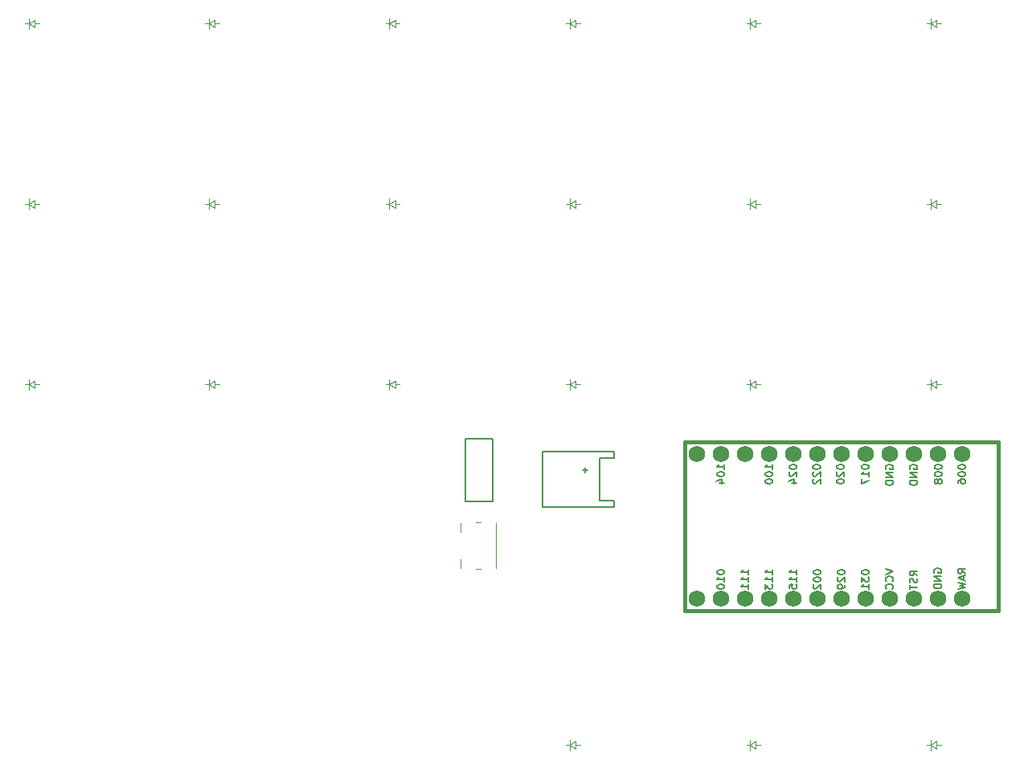
<source format=gbr>
%TF.GenerationSoftware,KiCad,Pcbnew,9.0.4*%
%TF.CreationDate,2025-09-30T09:24:18+02:00*%
%TF.ProjectId,left-finished,6c656674-2d66-4696-9e69-736865642e6b,v1.0.0*%
%TF.SameCoordinates,Original*%
%TF.FileFunction,Legend,Bot*%
%TF.FilePolarity,Positive*%
%FSLAX46Y46*%
G04 Gerber Fmt 4.6, Leading zero omitted, Abs format (unit mm)*
G04 Created by KiCad (PCBNEW 9.0.4) date 2025-09-30 09:24:18*
%MOMM*%
%LPD*%
G01*
G04 APERTURE LIST*
%ADD10C,0.150000*%
%ADD11C,0.100000*%
%ADD12C,0.120000*%
%ADD13C,0.381000*%
%ADD14C,1.752600*%
G04 APERTURE END LIST*
D10*
X199532295Y-125662810D02*
X199532295Y-125739000D01*
X199532295Y-125739000D02*
X199570390Y-125815191D01*
X199570390Y-125815191D02*
X199608485Y-125853286D01*
X199608485Y-125853286D02*
X199684676Y-125891381D01*
X199684676Y-125891381D02*
X199837057Y-125929476D01*
X199837057Y-125929476D02*
X200027533Y-125929476D01*
X200027533Y-125929476D02*
X200179914Y-125891381D01*
X200179914Y-125891381D02*
X200256104Y-125853286D01*
X200256104Y-125853286D02*
X200294200Y-125815191D01*
X200294200Y-125815191D02*
X200332295Y-125739000D01*
X200332295Y-125739000D02*
X200332295Y-125662810D01*
X200332295Y-125662810D02*
X200294200Y-125586619D01*
X200294200Y-125586619D02*
X200256104Y-125548524D01*
X200256104Y-125548524D02*
X200179914Y-125510429D01*
X200179914Y-125510429D02*
X200027533Y-125472333D01*
X200027533Y-125472333D02*
X199837057Y-125472333D01*
X199837057Y-125472333D02*
X199684676Y-125510429D01*
X199684676Y-125510429D02*
X199608485Y-125548524D01*
X199608485Y-125548524D02*
X199570390Y-125586619D01*
X199570390Y-125586619D02*
X199532295Y-125662810D01*
X199532295Y-126424715D02*
X199532295Y-126500905D01*
X199532295Y-126500905D02*
X199570390Y-126577096D01*
X199570390Y-126577096D02*
X199608485Y-126615191D01*
X199608485Y-126615191D02*
X199684676Y-126653286D01*
X199684676Y-126653286D02*
X199837057Y-126691381D01*
X199837057Y-126691381D02*
X200027533Y-126691381D01*
X200027533Y-126691381D02*
X200179914Y-126653286D01*
X200179914Y-126653286D02*
X200256104Y-126615191D01*
X200256104Y-126615191D02*
X200294200Y-126577096D01*
X200294200Y-126577096D02*
X200332295Y-126500905D01*
X200332295Y-126500905D02*
X200332295Y-126424715D01*
X200332295Y-126424715D02*
X200294200Y-126348524D01*
X200294200Y-126348524D02*
X200256104Y-126310429D01*
X200256104Y-126310429D02*
X200179914Y-126272334D01*
X200179914Y-126272334D02*
X200027533Y-126234238D01*
X200027533Y-126234238D02*
X199837057Y-126234238D01*
X199837057Y-126234238D02*
X199684676Y-126272334D01*
X199684676Y-126272334D02*
X199608485Y-126310429D01*
X199608485Y-126310429D02*
X199570390Y-126348524D01*
X199570390Y-126348524D02*
X199532295Y-126424715D01*
X199532295Y-127377096D02*
X199532295Y-127224715D01*
X199532295Y-127224715D02*
X199570390Y-127148524D01*
X199570390Y-127148524D02*
X199608485Y-127110429D01*
X199608485Y-127110429D02*
X199722771Y-127034239D01*
X199722771Y-127034239D02*
X199875152Y-126996143D01*
X199875152Y-126996143D02*
X200179914Y-126996143D01*
X200179914Y-126996143D02*
X200256104Y-127034239D01*
X200256104Y-127034239D02*
X200294200Y-127072334D01*
X200294200Y-127072334D02*
X200332295Y-127148524D01*
X200332295Y-127148524D02*
X200332295Y-127300905D01*
X200332295Y-127300905D02*
X200294200Y-127377096D01*
X200294200Y-127377096D02*
X200256104Y-127415191D01*
X200256104Y-127415191D02*
X200179914Y-127453286D01*
X200179914Y-127453286D02*
X199989438Y-127453286D01*
X199989438Y-127453286D02*
X199913247Y-127415191D01*
X199913247Y-127415191D02*
X199875152Y-127377096D01*
X199875152Y-127377096D02*
X199837057Y-127300905D01*
X199837057Y-127300905D02*
X199837057Y-127148524D01*
X199837057Y-127148524D02*
X199875152Y-127072334D01*
X199875152Y-127072334D02*
X199913247Y-127034239D01*
X199913247Y-127034239D02*
X199989438Y-126996143D01*
X194490390Y-125929476D02*
X194452295Y-125853286D01*
X194452295Y-125853286D02*
X194452295Y-125739000D01*
X194452295Y-125739000D02*
X194490390Y-125624714D01*
X194490390Y-125624714D02*
X194566580Y-125548524D01*
X194566580Y-125548524D02*
X194642771Y-125510429D01*
X194642771Y-125510429D02*
X194795152Y-125472333D01*
X194795152Y-125472333D02*
X194909438Y-125472333D01*
X194909438Y-125472333D02*
X195061819Y-125510429D01*
X195061819Y-125510429D02*
X195138009Y-125548524D01*
X195138009Y-125548524D02*
X195214200Y-125624714D01*
X195214200Y-125624714D02*
X195252295Y-125739000D01*
X195252295Y-125739000D02*
X195252295Y-125815191D01*
X195252295Y-125815191D02*
X195214200Y-125929476D01*
X195214200Y-125929476D02*
X195176104Y-125967572D01*
X195176104Y-125967572D02*
X194909438Y-125967572D01*
X194909438Y-125967572D02*
X194909438Y-125815191D01*
X195252295Y-126310429D02*
X194452295Y-126310429D01*
X194452295Y-126310429D02*
X195252295Y-126767572D01*
X195252295Y-126767572D02*
X194452295Y-126767572D01*
X195252295Y-127148524D02*
X194452295Y-127148524D01*
X194452295Y-127148524D02*
X194452295Y-127339000D01*
X194452295Y-127339000D02*
X194490390Y-127453286D01*
X194490390Y-127453286D02*
X194566580Y-127529476D01*
X194566580Y-127529476D02*
X194642771Y-127567571D01*
X194642771Y-127567571D02*
X194795152Y-127605667D01*
X194795152Y-127605667D02*
X194909438Y-127605667D01*
X194909438Y-127605667D02*
X195061819Y-127567571D01*
X195061819Y-127567571D02*
X195138009Y-127529476D01*
X195138009Y-127529476D02*
X195214200Y-127453286D01*
X195214200Y-127453286D02*
X195252295Y-127339000D01*
X195252295Y-127339000D02*
X195252295Y-127148524D01*
X181752295Y-125662810D02*
X181752295Y-125739000D01*
X181752295Y-125739000D02*
X181790390Y-125815191D01*
X181790390Y-125815191D02*
X181828485Y-125853286D01*
X181828485Y-125853286D02*
X181904676Y-125891381D01*
X181904676Y-125891381D02*
X182057057Y-125929476D01*
X182057057Y-125929476D02*
X182247533Y-125929476D01*
X182247533Y-125929476D02*
X182399914Y-125891381D01*
X182399914Y-125891381D02*
X182476104Y-125853286D01*
X182476104Y-125853286D02*
X182514200Y-125815191D01*
X182514200Y-125815191D02*
X182552295Y-125739000D01*
X182552295Y-125739000D02*
X182552295Y-125662810D01*
X182552295Y-125662810D02*
X182514200Y-125586619D01*
X182514200Y-125586619D02*
X182476104Y-125548524D01*
X182476104Y-125548524D02*
X182399914Y-125510429D01*
X182399914Y-125510429D02*
X182247533Y-125472333D01*
X182247533Y-125472333D02*
X182057057Y-125472333D01*
X182057057Y-125472333D02*
X181904676Y-125510429D01*
X181904676Y-125510429D02*
X181828485Y-125548524D01*
X181828485Y-125548524D02*
X181790390Y-125586619D01*
X181790390Y-125586619D02*
X181752295Y-125662810D01*
X181828485Y-126234238D02*
X181790390Y-126272334D01*
X181790390Y-126272334D02*
X181752295Y-126348524D01*
X181752295Y-126348524D02*
X181752295Y-126539000D01*
X181752295Y-126539000D02*
X181790390Y-126615191D01*
X181790390Y-126615191D02*
X181828485Y-126653286D01*
X181828485Y-126653286D02*
X181904676Y-126691381D01*
X181904676Y-126691381D02*
X181980866Y-126691381D01*
X181980866Y-126691381D02*
X182095152Y-126653286D01*
X182095152Y-126653286D02*
X182552295Y-126196143D01*
X182552295Y-126196143D02*
X182552295Y-126691381D01*
X182018961Y-127377096D02*
X182552295Y-127377096D01*
X181714200Y-127186620D02*
X182285628Y-126996143D01*
X182285628Y-126996143D02*
X182285628Y-127491382D01*
X189362295Y-125662810D02*
X189362295Y-125739000D01*
X189362295Y-125739000D02*
X189400390Y-125815191D01*
X189400390Y-125815191D02*
X189438485Y-125853286D01*
X189438485Y-125853286D02*
X189514676Y-125891381D01*
X189514676Y-125891381D02*
X189667057Y-125929476D01*
X189667057Y-125929476D02*
X189857533Y-125929476D01*
X189857533Y-125929476D02*
X190009914Y-125891381D01*
X190009914Y-125891381D02*
X190086104Y-125853286D01*
X190086104Y-125853286D02*
X190124200Y-125815191D01*
X190124200Y-125815191D02*
X190162295Y-125739000D01*
X190162295Y-125739000D02*
X190162295Y-125662810D01*
X190162295Y-125662810D02*
X190124200Y-125586619D01*
X190124200Y-125586619D02*
X190086104Y-125548524D01*
X190086104Y-125548524D02*
X190009914Y-125510429D01*
X190009914Y-125510429D02*
X189857533Y-125472333D01*
X189857533Y-125472333D02*
X189667057Y-125472333D01*
X189667057Y-125472333D02*
X189514676Y-125510429D01*
X189514676Y-125510429D02*
X189438485Y-125548524D01*
X189438485Y-125548524D02*
X189400390Y-125586619D01*
X189400390Y-125586619D02*
X189362295Y-125662810D01*
X190162295Y-126691381D02*
X190162295Y-126234238D01*
X190162295Y-126462810D02*
X189362295Y-126462810D01*
X189362295Y-126462810D02*
X189476580Y-126386619D01*
X189476580Y-126386619D02*
X189552771Y-126310429D01*
X189552771Y-126310429D02*
X189590866Y-126234238D01*
X189362295Y-126958048D02*
X189362295Y-127491382D01*
X189362295Y-127491382D02*
X190162295Y-127148524D01*
X184262295Y-125662810D02*
X184262295Y-125739000D01*
X184262295Y-125739000D02*
X184300390Y-125815191D01*
X184300390Y-125815191D02*
X184338485Y-125853286D01*
X184338485Y-125853286D02*
X184414676Y-125891381D01*
X184414676Y-125891381D02*
X184567057Y-125929476D01*
X184567057Y-125929476D02*
X184757533Y-125929476D01*
X184757533Y-125929476D02*
X184909914Y-125891381D01*
X184909914Y-125891381D02*
X184986104Y-125853286D01*
X184986104Y-125853286D02*
X185024200Y-125815191D01*
X185024200Y-125815191D02*
X185062295Y-125739000D01*
X185062295Y-125739000D02*
X185062295Y-125662810D01*
X185062295Y-125662810D02*
X185024200Y-125586619D01*
X185024200Y-125586619D02*
X184986104Y-125548524D01*
X184986104Y-125548524D02*
X184909914Y-125510429D01*
X184909914Y-125510429D02*
X184757533Y-125472333D01*
X184757533Y-125472333D02*
X184567057Y-125472333D01*
X184567057Y-125472333D02*
X184414676Y-125510429D01*
X184414676Y-125510429D02*
X184338485Y-125548524D01*
X184338485Y-125548524D02*
X184300390Y-125586619D01*
X184300390Y-125586619D02*
X184262295Y-125662810D01*
X184338485Y-126234238D02*
X184300390Y-126272334D01*
X184300390Y-126272334D02*
X184262295Y-126348524D01*
X184262295Y-126348524D02*
X184262295Y-126539000D01*
X184262295Y-126539000D02*
X184300390Y-126615191D01*
X184300390Y-126615191D02*
X184338485Y-126653286D01*
X184338485Y-126653286D02*
X184414676Y-126691381D01*
X184414676Y-126691381D02*
X184490866Y-126691381D01*
X184490866Y-126691381D02*
X184605152Y-126653286D01*
X184605152Y-126653286D02*
X185062295Y-126196143D01*
X185062295Y-126196143D02*
X185062295Y-126691381D01*
X184338485Y-126996143D02*
X184300390Y-127034239D01*
X184300390Y-127034239D02*
X184262295Y-127110429D01*
X184262295Y-127110429D02*
X184262295Y-127300905D01*
X184262295Y-127300905D02*
X184300390Y-127377096D01*
X184300390Y-127377096D02*
X184338485Y-127415191D01*
X184338485Y-127415191D02*
X184414676Y-127453286D01*
X184414676Y-127453286D02*
X184490866Y-127453286D01*
X184490866Y-127453286D02*
X184605152Y-127415191D01*
X184605152Y-127415191D02*
X185062295Y-126958048D01*
X185062295Y-126958048D02*
X185062295Y-127453286D01*
X195252295Y-137149905D02*
X194871342Y-136883238D01*
X195252295Y-136692762D02*
X194452295Y-136692762D01*
X194452295Y-136692762D02*
X194452295Y-136997524D01*
X194452295Y-136997524D02*
X194490390Y-137073714D01*
X194490390Y-137073714D02*
X194528485Y-137111809D01*
X194528485Y-137111809D02*
X194604676Y-137149905D01*
X194604676Y-137149905D02*
X194718961Y-137149905D01*
X194718961Y-137149905D02*
X194795152Y-137111809D01*
X194795152Y-137111809D02*
X194833247Y-137073714D01*
X194833247Y-137073714D02*
X194871342Y-136997524D01*
X194871342Y-136997524D02*
X194871342Y-136692762D01*
X195214200Y-137454666D02*
X195252295Y-137568952D01*
X195252295Y-137568952D02*
X195252295Y-137759428D01*
X195252295Y-137759428D02*
X195214200Y-137835619D01*
X195214200Y-137835619D02*
X195176104Y-137873714D01*
X195176104Y-137873714D02*
X195099914Y-137911809D01*
X195099914Y-137911809D02*
X195023723Y-137911809D01*
X195023723Y-137911809D02*
X194947533Y-137873714D01*
X194947533Y-137873714D02*
X194909438Y-137835619D01*
X194909438Y-137835619D02*
X194871342Y-137759428D01*
X194871342Y-137759428D02*
X194833247Y-137607047D01*
X194833247Y-137607047D02*
X194795152Y-137530857D01*
X194795152Y-137530857D02*
X194757057Y-137492762D01*
X194757057Y-137492762D02*
X194680866Y-137454666D01*
X194680866Y-137454666D02*
X194604676Y-137454666D01*
X194604676Y-137454666D02*
X194528485Y-137492762D01*
X194528485Y-137492762D02*
X194490390Y-137530857D01*
X194490390Y-137530857D02*
X194452295Y-137607047D01*
X194452295Y-137607047D02*
X194452295Y-137797524D01*
X194452295Y-137797524D02*
X194490390Y-137911809D01*
X194452295Y-138140381D02*
X194452295Y-138597524D01*
X195252295Y-138368952D02*
X194452295Y-138368952D01*
X177472295Y-137003857D02*
X177472295Y-136546714D01*
X177472295Y-136775286D02*
X176672295Y-136775286D01*
X176672295Y-136775286D02*
X176786580Y-136699095D01*
X176786580Y-136699095D02*
X176862771Y-136622905D01*
X176862771Y-136622905D02*
X176900866Y-136546714D01*
X177472295Y-137765762D02*
X177472295Y-137308619D01*
X177472295Y-137537191D02*
X176672295Y-137537191D01*
X176672295Y-137537191D02*
X176786580Y-137461000D01*
X176786580Y-137461000D02*
X176862771Y-137384810D01*
X176862771Y-137384810D02*
X176900866Y-137308619D01*
X177472295Y-138527667D02*
X177472295Y-138070524D01*
X177472295Y-138299096D02*
X176672295Y-138299096D01*
X176672295Y-138299096D02*
X176786580Y-138222905D01*
X176786580Y-138222905D02*
X176862771Y-138146715D01*
X176862771Y-138146715D02*
X176900866Y-138070524D01*
X200332295Y-136921334D02*
X199951342Y-136654667D01*
X200332295Y-136464191D02*
X199532295Y-136464191D01*
X199532295Y-136464191D02*
X199532295Y-136768953D01*
X199532295Y-136768953D02*
X199570390Y-136845143D01*
X199570390Y-136845143D02*
X199608485Y-136883238D01*
X199608485Y-136883238D02*
X199684676Y-136921334D01*
X199684676Y-136921334D02*
X199798961Y-136921334D01*
X199798961Y-136921334D02*
X199875152Y-136883238D01*
X199875152Y-136883238D02*
X199913247Y-136845143D01*
X199913247Y-136845143D02*
X199951342Y-136768953D01*
X199951342Y-136768953D02*
X199951342Y-136464191D01*
X200103723Y-137226095D02*
X200103723Y-137607048D01*
X200332295Y-137149905D02*
X199532295Y-137416572D01*
X199532295Y-137416572D02*
X200332295Y-137683238D01*
X199532295Y-137873714D02*
X200332295Y-138064190D01*
X200332295Y-138064190D02*
X199760866Y-138216571D01*
X199760866Y-138216571D02*
X200332295Y-138368952D01*
X200332295Y-138368952D02*
X199532295Y-138559429D01*
X197062295Y-125662810D02*
X197062295Y-125739000D01*
X197062295Y-125739000D02*
X197100390Y-125815191D01*
X197100390Y-125815191D02*
X197138485Y-125853286D01*
X197138485Y-125853286D02*
X197214676Y-125891381D01*
X197214676Y-125891381D02*
X197367057Y-125929476D01*
X197367057Y-125929476D02*
X197557533Y-125929476D01*
X197557533Y-125929476D02*
X197709914Y-125891381D01*
X197709914Y-125891381D02*
X197786104Y-125853286D01*
X197786104Y-125853286D02*
X197824200Y-125815191D01*
X197824200Y-125815191D02*
X197862295Y-125739000D01*
X197862295Y-125739000D02*
X197862295Y-125662810D01*
X197862295Y-125662810D02*
X197824200Y-125586619D01*
X197824200Y-125586619D02*
X197786104Y-125548524D01*
X197786104Y-125548524D02*
X197709914Y-125510429D01*
X197709914Y-125510429D02*
X197557533Y-125472333D01*
X197557533Y-125472333D02*
X197367057Y-125472333D01*
X197367057Y-125472333D02*
X197214676Y-125510429D01*
X197214676Y-125510429D02*
X197138485Y-125548524D01*
X197138485Y-125548524D02*
X197100390Y-125586619D01*
X197100390Y-125586619D02*
X197062295Y-125662810D01*
X197062295Y-126424715D02*
X197062295Y-126500905D01*
X197062295Y-126500905D02*
X197100390Y-126577096D01*
X197100390Y-126577096D02*
X197138485Y-126615191D01*
X197138485Y-126615191D02*
X197214676Y-126653286D01*
X197214676Y-126653286D02*
X197367057Y-126691381D01*
X197367057Y-126691381D02*
X197557533Y-126691381D01*
X197557533Y-126691381D02*
X197709914Y-126653286D01*
X197709914Y-126653286D02*
X197786104Y-126615191D01*
X197786104Y-126615191D02*
X197824200Y-126577096D01*
X197824200Y-126577096D02*
X197862295Y-126500905D01*
X197862295Y-126500905D02*
X197862295Y-126424715D01*
X197862295Y-126424715D02*
X197824200Y-126348524D01*
X197824200Y-126348524D02*
X197786104Y-126310429D01*
X197786104Y-126310429D02*
X197709914Y-126272334D01*
X197709914Y-126272334D02*
X197557533Y-126234238D01*
X197557533Y-126234238D02*
X197367057Y-126234238D01*
X197367057Y-126234238D02*
X197214676Y-126272334D01*
X197214676Y-126272334D02*
X197138485Y-126310429D01*
X197138485Y-126310429D02*
X197100390Y-126348524D01*
X197100390Y-126348524D02*
X197062295Y-126424715D01*
X197405152Y-127148524D02*
X197367057Y-127072334D01*
X197367057Y-127072334D02*
X197328961Y-127034239D01*
X197328961Y-127034239D02*
X197252771Y-126996143D01*
X197252771Y-126996143D02*
X197214676Y-126996143D01*
X197214676Y-126996143D02*
X197138485Y-127034239D01*
X197138485Y-127034239D02*
X197100390Y-127072334D01*
X197100390Y-127072334D02*
X197062295Y-127148524D01*
X197062295Y-127148524D02*
X197062295Y-127300905D01*
X197062295Y-127300905D02*
X197100390Y-127377096D01*
X197100390Y-127377096D02*
X197138485Y-127415191D01*
X197138485Y-127415191D02*
X197214676Y-127453286D01*
X197214676Y-127453286D02*
X197252771Y-127453286D01*
X197252771Y-127453286D02*
X197328961Y-127415191D01*
X197328961Y-127415191D02*
X197367057Y-127377096D01*
X197367057Y-127377096D02*
X197405152Y-127300905D01*
X197405152Y-127300905D02*
X197405152Y-127148524D01*
X197405152Y-127148524D02*
X197443247Y-127072334D01*
X197443247Y-127072334D02*
X197481342Y-127034239D01*
X197481342Y-127034239D02*
X197557533Y-126996143D01*
X197557533Y-126996143D02*
X197709914Y-126996143D01*
X197709914Y-126996143D02*
X197786104Y-127034239D01*
X197786104Y-127034239D02*
X197824200Y-127072334D01*
X197824200Y-127072334D02*
X197862295Y-127148524D01*
X197862295Y-127148524D02*
X197862295Y-127300905D01*
X197862295Y-127300905D02*
X197824200Y-127377096D01*
X197824200Y-127377096D02*
X197786104Y-127415191D01*
X197786104Y-127415191D02*
X197709914Y-127453286D01*
X197709914Y-127453286D02*
X197557533Y-127453286D01*
X197557533Y-127453286D02*
X197481342Y-127415191D01*
X197481342Y-127415191D02*
X197443247Y-127377096D01*
X197443247Y-127377096D02*
X197405152Y-127300905D01*
X184292295Y-136737191D02*
X184292295Y-136813381D01*
X184292295Y-136813381D02*
X184330390Y-136889572D01*
X184330390Y-136889572D02*
X184368485Y-136927667D01*
X184368485Y-136927667D02*
X184444676Y-136965762D01*
X184444676Y-136965762D02*
X184597057Y-137003857D01*
X184597057Y-137003857D02*
X184787533Y-137003857D01*
X184787533Y-137003857D02*
X184939914Y-136965762D01*
X184939914Y-136965762D02*
X185016104Y-136927667D01*
X185016104Y-136927667D02*
X185054200Y-136889572D01*
X185054200Y-136889572D02*
X185092295Y-136813381D01*
X185092295Y-136813381D02*
X185092295Y-136737191D01*
X185092295Y-136737191D02*
X185054200Y-136661000D01*
X185054200Y-136661000D02*
X185016104Y-136622905D01*
X185016104Y-136622905D02*
X184939914Y-136584810D01*
X184939914Y-136584810D02*
X184787533Y-136546714D01*
X184787533Y-136546714D02*
X184597057Y-136546714D01*
X184597057Y-136546714D02*
X184444676Y-136584810D01*
X184444676Y-136584810D02*
X184368485Y-136622905D01*
X184368485Y-136622905D02*
X184330390Y-136661000D01*
X184330390Y-136661000D02*
X184292295Y-136737191D01*
X184292295Y-137499096D02*
X184292295Y-137575286D01*
X184292295Y-137575286D02*
X184330390Y-137651477D01*
X184330390Y-137651477D02*
X184368485Y-137689572D01*
X184368485Y-137689572D02*
X184444676Y-137727667D01*
X184444676Y-137727667D02*
X184597057Y-137765762D01*
X184597057Y-137765762D02*
X184787533Y-137765762D01*
X184787533Y-137765762D02*
X184939914Y-137727667D01*
X184939914Y-137727667D02*
X185016104Y-137689572D01*
X185016104Y-137689572D02*
X185054200Y-137651477D01*
X185054200Y-137651477D02*
X185092295Y-137575286D01*
X185092295Y-137575286D02*
X185092295Y-137499096D01*
X185092295Y-137499096D02*
X185054200Y-137422905D01*
X185054200Y-137422905D02*
X185016104Y-137384810D01*
X185016104Y-137384810D02*
X184939914Y-137346715D01*
X184939914Y-137346715D02*
X184787533Y-137308619D01*
X184787533Y-137308619D02*
X184597057Y-137308619D01*
X184597057Y-137308619D02*
X184444676Y-137346715D01*
X184444676Y-137346715D02*
X184368485Y-137384810D01*
X184368485Y-137384810D02*
X184330390Y-137422905D01*
X184330390Y-137422905D02*
X184292295Y-137499096D01*
X184368485Y-138070524D02*
X184330390Y-138108620D01*
X184330390Y-138108620D02*
X184292295Y-138184810D01*
X184292295Y-138184810D02*
X184292295Y-138375286D01*
X184292295Y-138375286D02*
X184330390Y-138451477D01*
X184330390Y-138451477D02*
X184368485Y-138489572D01*
X184368485Y-138489572D02*
X184444676Y-138527667D01*
X184444676Y-138527667D02*
X184520866Y-138527667D01*
X184520866Y-138527667D02*
X184635152Y-138489572D01*
X184635152Y-138489572D02*
X185092295Y-138032429D01*
X185092295Y-138032429D02*
X185092295Y-138527667D01*
X182552295Y-137003857D02*
X182552295Y-136546714D01*
X182552295Y-136775286D02*
X181752295Y-136775286D01*
X181752295Y-136775286D02*
X181866580Y-136699095D01*
X181866580Y-136699095D02*
X181942771Y-136622905D01*
X181942771Y-136622905D02*
X181980866Y-136546714D01*
X182552295Y-137765762D02*
X182552295Y-137308619D01*
X182552295Y-137537191D02*
X181752295Y-137537191D01*
X181752295Y-137537191D02*
X181866580Y-137461000D01*
X181866580Y-137461000D02*
X181942771Y-137384810D01*
X181942771Y-137384810D02*
X181980866Y-137308619D01*
X181752295Y-138489572D02*
X181752295Y-138108620D01*
X181752295Y-138108620D02*
X182133247Y-138070524D01*
X182133247Y-138070524D02*
X182095152Y-138108620D01*
X182095152Y-138108620D02*
X182057057Y-138184810D01*
X182057057Y-138184810D02*
X182057057Y-138375286D01*
X182057057Y-138375286D02*
X182095152Y-138451477D01*
X182095152Y-138451477D02*
X182133247Y-138489572D01*
X182133247Y-138489572D02*
X182209438Y-138527667D01*
X182209438Y-138527667D02*
X182399914Y-138527667D01*
X182399914Y-138527667D02*
X182476104Y-138489572D01*
X182476104Y-138489572D02*
X182514200Y-138451477D01*
X182514200Y-138451477D02*
X182552295Y-138375286D01*
X182552295Y-138375286D02*
X182552295Y-138184810D01*
X182552295Y-138184810D02*
X182514200Y-138108620D01*
X182514200Y-138108620D02*
X182476104Y-138070524D01*
X191912295Y-136470524D02*
X192712295Y-136737191D01*
X192712295Y-136737191D02*
X191912295Y-137003857D01*
X192636104Y-137727667D02*
X192674200Y-137689571D01*
X192674200Y-137689571D02*
X192712295Y-137575286D01*
X192712295Y-137575286D02*
X192712295Y-137499095D01*
X192712295Y-137499095D02*
X192674200Y-137384809D01*
X192674200Y-137384809D02*
X192598009Y-137308619D01*
X192598009Y-137308619D02*
X192521819Y-137270524D01*
X192521819Y-137270524D02*
X192369438Y-137232428D01*
X192369438Y-137232428D02*
X192255152Y-137232428D01*
X192255152Y-137232428D02*
X192102771Y-137270524D01*
X192102771Y-137270524D02*
X192026580Y-137308619D01*
X192026580Y-137308619D02*
X191950390Y-137384809D01*
X191950390Y-137384809D02*
X191912295Y-137499095D01*
X191912295Y-137499095D02*
X191912295Y-137575286D01*
X191912295Y-137575286D02*
X191950390Y-137689571D01*
X191950390Y-137689571D02*
X191988485Y-137727667D01*
X192636104Y-138527667D02*
X192674200Y-138489571D01*
X192674200Y-138489571D02*
X192712295Y-138375286D01*
X192712295Y-138375286D02*
X192712295Y-138299095D01*
X192712295Y-138299095D02*
X192674200Y-138184809D01*
X192674200Y-138184809D02*
X192598009Y-138108619D01*
X192598009Y-138108619D02*
X192521819Y-138070524D01*
X192521819Y-138070524D02*
X192369438Y-138032428D01*
X192369438Y-138032428D02*
X192255152Y-138032428D01*
X192255152Y-138032428D02*
X192102771Y-138070524D01*
X192102771Y-138070524D02*
X192026580Y-138108619D01*
X192026580Y-138108619D02*
X191950390Y-138184809D01*
X191950390Y-138184809D02*
X191912295Y-138299095D01*
X191912295Y-138299095D02*
X191912295Y-138375286D01*
X191912295Y-138375286D02*
X191950390Y-138489571D01*
X191950390Y-138489571D02*
X191988485Y-138527667D01*
X186832295Y-136737191D02*
X186832295Y-136813381D01*
X186832295Y-136813381D02*
X186870390Y-136889572D01*
X186870390Y-136889572D02*
X186908485Y-136927667D01*
X186908485Y-136927667D02*
X186984676Y-136965762D01*
X186984676Y-136965762D02*
X187137057Y-137003857D01*
X187137057Y-137003857D02*
X187327533Y-137003857D01*
X187327533Y-137003857D02*
X187479914Y-136965762D01*
X187479914Y-136965762D02*
X187556104Y-136927667D01*
X187556104Y-136927667D02*
X187594200Y-136889572D01*
X187594200Y-136889572D02*
X187632295Y-136813381D01*
X187632295Y-136813381D02*
X187632295Y-136737191D01*
X187632295Y-136737191D02*
X187594200Y-136661000D01*
X187594200Y-136661000D02*
X187556104Y-136622905D01*
X187556104Y-136622905D02*
X187479914Y-136584810D01*
X187479914Y-136584810D02*
X187327533Y-136546714D01*
X187327533Y-136546714D02*
X187137057Y-136546714D01*
X187137057Y-136546714D02*
X186984676Y-136584810D01*
X186984676Y-136584810D02*
X186908485Y-136622905D01*
X186908485Y-136622905D02*
X186870390Y-136661000D01*
X186870390Y-136661000D02*
X186832295Y-136737191D01*
X186908485Y-137308619D02*
X186870390Y-137346715D01*
X186870390Y-137346715D02*
X186832295Y-137422905D01*
X186832295Y-137422905D02*
X186832295Y-137613381D01*
X186832295Y-137613381D02*
X186870390Y-137689572D01*
X186870390Y-137689572D02*
X186908485Y-137727667D01*
X186908485Y-137727667D02*
X186984676Y-137765762D01*
X186984676Y-137765762D02*
X187060866Y-137765762D01*
X187060866Y-137765762D02*
X187175152Y-137727667D01*
X187175152Y-137727667D02*
X187632295Y-137270524D01*
X187632295Y-137270524D02*
X187632295Y-137765762D01*
X187632295Y-138146715D02*
X187632295Y-138299096D01*
X187632295Y-138299096D02*
X187594200Y-138375286D01*
X187594200Y-138375286D02*
X187556104Y-138413382D01*
X187556104Y-138413382D02*
X187441819Y-138489572D01*
X187441819Y-138489572D02*
X187289438Y-138527667D01*
X187289438Y-138527667D02*
X186984676Y-138527667D01*
X186984676Y-138527667D02*
X186908485Y-138489572D01*
X186908485Y-138489572D02*
X186870390Y-138451477D01*
X186870390Y-138451477D02*
X186832295Y-138375286D01*
X186832295Y-138375286D02*
X186832295Y-138222905D01*
X186832295Y-138222905D02*
X186870390Y-138146715D01*
X186870390Y-138146715D02*
X186908485Y-138108620D01*
X186908485Y-138108620D02*
X186984676Y-138070524D01*
X186984676Y-138070524D02*
X187175152Y-138070524D01*
X187175152Y-138070524D02*
X187251342Y-138108620D01*
X187251342Y-138108620D02*
X187289438Y-138146715D01*
X187289438Y-138146715D02*
X187327533Y-138222905D01*
X187327533Y-138222905D02*
X187327533Y-138375286D01*
X187327533Y-138375286D02*
X187289438Y-138451477D01*
X187289438Y-138451477D02*
X187251342Y-138489572D01*
X187251342Y-138489572D02*
X187175152Y-138527667D01*
X189372295Y-136737191D02*
X189372295Y-136813381D01*
X189372295Y-136813381D02*
X189410390Y-136889572D01*
X189410390Y-136889572D02*
X189448485Y-136927667D01*
X189448485Y-136927667D02*
X189524676Y-136965762D01*
X189524676Y-136965762D02*
X189677057Y-137003857D01*
X189677057Y-137003857D02*
X189867533Y-137003857D01*
X189867533Y-137003857D02*
X190019914Y-136965762D01*
X190019914Y-136965762D02*
X190096104Y-136927667D01*
X190096104Y-136927667D02*
X190134200Y-136889572D01*
X190134200Y-136889572D02*
X190172295Y-136813381D01*
X190172295Y-136813381D02*
X190172295Y-136737191D01*
X190172295Y-136737191D02*
X190134200Y-136661000D01*
X190134200Y-136661000D02*
X190096104Y-136622905D01*
X190096104Y-136622905D02*
X190019914Y-136584810D01*
X190019914Y-136584810D02*
X189867533Y-136546714D01*
X189867533Y-136546714D02*
X189677057Y-136546714D01*
X189677057Y-136546714D02*
X189524676Y-136584810D01*
X189524676Y-136584810D02*
X189448485Y-136622905D01*
X189448485Y-136622905D02*
X189410390Y-136661000D01*
X189410390Y-136661000D02*
X189372295Y-136737191D01*
X189372295Y-137270524D02*
X189372295Y-137765762D01*
X189372295Y-137765762D02*
X189677057Y-137499096D01*
X189677057Y-137499096D02*
X189677057Y-137613381D01*
X189677057Y-137613381D02*
X189715152Y-137689572D01*
X189715152Y-137689572D02*
X189753247Y-137727667D01*
X189753247Y-137727667D02*
X189829438Y-137765762D01*
X189829438Y-137765762D02*
X190019914Y-137765762D01*
X190019914Y-137765762D02*
X190096104Y-137727667D01*
X190096104Y-137727667D02*
X190134200Y-137689572D01*
X190134200Y-137689572D02*
X190172295Y-137613381D01*
X190172295Y-137613381D02*
X190172295Y-137384810D01*
X190172295Y-137384810D02*
X190134200Y-137308619D01*
X190134200Y-137308619D02*
X190096104Y-137270524D01*
X190172295Y-138527667D02*
X190172295Y-138070524D01*
X190172295Y-138299096D02*
X189372295Y-138299096D01*
X189372295Y-138299096D02*
X189486580Y-138222905D01*
X189486580Y-138222905D02*
X189562771Y-138146715D01*
X189562771Y-138146715D02*
X189600866Y-138070524D01*
X180012295Y-125929476D02*
X180012295Y-125472333D01*
X180012295Y-125700905D02*
X179212295Y-125700905D01*
X179212295Y-125700905D02*
X179326580Y-125624714D01*
X179326580Y-125624714D02*
X179402771Y-125548524D01*
X179402771Y-125548524D02*
X179440866Y-125472333D01*
X179212295Y-126424715D02*
X179212295Y-126500905D01*
X179212295Y-126500905D02*
X179250390Y-126577096D01*
X179250390Y-126577096D02*
X179288485Y-126615191D01*
X179288485Y-126615191D02*
X179364676Y-126653286D01*
X179364676Y-126653286D02*
X179517057Y-126691381D01*
X179517057Y-126691381D02*
X179707533Y-126691381D01*
X179707533Y-126691381D02*
X179859914Y-126653286D01*
X179859914Y-126653286D02*
X179936104Y-126615191D01*
X179936104Y-126615191D02*
X179974200Y-126577096D01*
X179974200Y-126577096D02*
X180012295Y-126500905D01*
X180012295Y-126500905D02*
X180012295Y-126424715D01*
X180012295Y-126424715D02*
X179974200Y-126348524D01*
X179974200Y-126348524D02*
X179936104Y-126310429D01*
X179936104Y-126310429D02*
X179859914Y-126272334D01*
X179859914Y-126272334D02*
X179707533Y-126234238D01*
X179707533Y-126234238D02*
X179517057Y-126234238D01*
X179517057Y-126234238D02*
X179364676Y-126272334D01*
X179364676Y-126272334D02*
X179288485Y-126310429D01*
X179288485Y-126310429D02*
X179250390Y-126348524D01*
X179250390Y-126348524D02*
X179212295Y-126424715D01*
X179212295Y-127186620D02*
X179212295Y-127262810D01*
X179212295Y-127262810D02*
X179250390Y-127339001D01*
X179250390Y-127339001D02*
X179288485Y-127377096D01*
X179288485Y-127377096D02*
X179364676Y-127415191D01*
X179364676Y-127415191D02*
X179517057Y-127453286D01*
X179517057Y-127453286D02*
X179707533Y-127453286D01*
X179707533Y-127453286D02*
X179859914Y-127415191D01*
X179859914Y-127415191D02*
X179936104Y-127377096D01*
X179936104Y-127377096D02*
X179974200Y-127339001D01*
X179974200Y-127339001D02*
X180012295Y-127262810D01*
X180012295Y-127262810D02*
X180012295Y-127186620D01*
X180012295Y-127186620D02*
X179974200Y-127110429D01*
X179974200Y-127110429D02*
X179936104Y-127072334D01*
X179936104Y-127072334D02*
X179859914Y-127034239D01*
X179859914Y-127034239D02*
X179707533Y-126996143D01*
X179707533Y-126996143D02*
X179517057Y-126996143D01*
X179517057Y-126996143D02*
X179364676Y-127034239D01*
X179364676Y-127034239D02*
X179288485Y-127072334D01*
X179288485Y-127072334D02*
X179250390Y-127110429D01*
X179250390Y-127110429D02*
X179212295Y-127186620D01*
X197030390Y-136845143D02*
X196992295Y-136768953D01*
X196992295Y-136768953D02*
X196992295Y-136654667D01*
X196992295Y-136654667D02*
X197030390Y-136540381D01*
X197030390Y-136540381D02*
X197106580Y-136464191D01*
X197106580Y-136464191D02*
X197182771Y-136426096D01*
X197182771Y-136426096D02*
X197335152Y-136388000D01*
X197335152Y-136388000D02*
X197449438Y-136388000D01*
X197449438Y-136388000D02*
X197601819Y-136426096D01*
X197601819Y-136426096D02*
X197678009Y-136464191D01*
X197678009Y-136464191D02*
X197754200Y-136540381D01*
X197754200Y-136540381D02*
X197792295Y-136654667D01*
X197792295Y-136654667D02*
X197792295Y-136730858D01*
X197792295Y-136730858D02*
X197754200Y-136845143D01*
X197754200Y-136845143D02*
X197716104Y-136883239D01*
X197716104Y-136883239D02*
X197449438Y-136883239D01*
X197449438Y-136883239D02*
X197449438Y-136730858D01*
X197792295Y-137226096D02*
X196992295Y-137226096D01*
X196992295Y-137226096D02*
X197792295Y-137683239D01*
X197792295Y-137683239D02*
X196992295Y-137683239D01*
X197792295Y-138064191D02*
X196992295Y-138064191D01*
X196992295Y-138064191D02*
X196992295Y-138254667D01*
X196992295Y-138254667D02*
X197030390Y-138368953D01*
X197030390Y-138368953D02*
X197106580Y-138445143D01*
X197106580Y-138445143D02*
X197182771Y-138483238D01*
X197182771Y-138483238D02*
X197335152Y-138521334D01*
X197335152Y-138521334D02*
X197449438Y-138521334D01*
X197449438Y-138521334D02*
X197601819Y-138483238D01*
X197601819Y-138483238D02*
X197678009Y-138445143D01*
X197678009Y-138445143D02*
X197754200Y-138368953D01*
X197754200Y-138368953D02*
X197792295Y-138254667D01*
X197792295Y-138254667D02*
X197792295Y-138064191D01*
X174132295Y-136737191D02*
X174132295Y-136813381D01*
X174132295Y-136813381D02*
X174170390Y-136889572D01*
X174170390Y-136889572D02*
X174208485Y-136927667D01*
X174208485Y-136927667D02*
X174284676Y-136965762D01*
X174284676Y-136965762D02*
X174437057Y-137003857D01*
X174437057Y-137003857D02*
X174627533Y-137003857D01*
X174627533Y-137003857D02*
X174779914Y-136965762D01*
X174779914Y-136965762D02*
X174856104Y-136927667D01*
X174856104Y-136927667D02*
X174894200Y-136889572D01*
X174894200Y-136889572D02*
X174932295Y-136813381D01*
X174932295Y-136813381D02*
X174932295Y-136737191D01*
X174932295Y-136737191D02*
X174894200Y-136661000D01*
X174894200Y-136661000D02*
X174856104Y-136622905D01*
X174856104Y-136622905D02*
X174779914Y-136584810D01*
X174779914Y-136584810D02*
X174627533Y-136546714D01*
X174627533Y-136546714D02*
X174437057Y-136546714D01*
X174437057Y-136546714D02*
X174284676Y-136584810D01*
X174284676Y-136584810D02*
X174208485Y-136622905D01*
X174208485Y-136622905D02*
X174170390Y-136661000D01*
X174170390Y-136661000D02*
X174132295Y-136737191D01*
X174932295Y-137765762D02*
X174932295Y-137308619D01*
X174932295Y-137537191D02*
X174132295Y-137537191D01*
X174132295Y-137537191D02*
X174246580Y-137461000D01*
X174246580Y-137461000D02*
X174322771Y-137384810D01*
X174322771Y-137384810D02*
X174360866Y-137308619D01*
X174132295Y-138261001D02*
X174132295Y-138337191D01*
X174132295Y-138337191D02*
X174170390Y-138413382D01*
X174170390Y-138413382D02*
X174208485Y-138451477D01*
X174208485Y-138451477D02*
X174284676Y-138489572D01*
X174284676Y-138489572D02*
X174437057Y-138527667D01*
X174437057Y-138527667D02*
X174627533Y-138527667D01*
X174627533Y-138527667D02*
X174779914Y-138489572D01*
X174779914Y-138489572D02*
X174856104Y-138451477D01*
X174856104Y-138451477D02*
X174894200Y-138413382D01*
X174894200Y-138413382D02*
X174932295Y-138337191D01*
X174932295Y-138337191D02*
X174932295Y-138261001D01*
X174932295Y-138261001D02*
X174894200Y-138184810D01*
X174894200Y-138184810D02*
X174856104Y-138146715D01*
X174856104Y-138146715D02*
X174779914Y-138108620D01*
X174779914Y-138108620D02*
X174627533Y-138070524D01*
X174627533Y-138070524D02*
X174437057Y-138070524D01*
X174437057Y-138070524D02*
X174284676Y-138108620D01*
X174284676Y-138108620D02*
X174208485Y-138146715D01*
X174208485Y-138146715D02*
X174170390Y-138184810D01*
X174170390Y-138184810D02*
X174132295Y-138261001D01*
X186762295Y-125662810D02*
X186762295Y-125739000D01*
X186762295Y-125739000D02*
X186800390Y-125815191D01*
X186800390Y-125815191D02*
X186838485Y-125853286D01*
X186838485Y-125853286D02*
X186914676Y-125891381D01*
X186914676Y-125891381D02*
X187067057Y-125929476D01*
X187067057Y-125929476D02*
X187257533Y-125929476D01*
X187257533Y-125929476D02*
X187409914Y-125891381D01*
X187409914Y-125891381D02*
X187486104Y-125853286D01*
X187486104Y-125853286D02*
X187524200Y-125815191D01*
X187524200Y-125815191D02*
X187562295Y-125739000D01*
X187562295Y-125739000D02*
X187562295Y-125662810D01*
X187562295Y-125662810D02*
X187524200Y-125586619D01*
X187524200Y-125586619D02*
X187486104Y-125548524D01*
X187486104Y-125548524D02*
X187409914Y-125510429D01*
X187409914Y-125510429D02*
X187257533Y-125472333D01*
X187257533Y-125472333D02*
X187067057Y-125472333D01*
X187067057Y-125472333D02*
X186914676Y-125510429D01*
X186914676Y-125510429D02*
X186838485Y-125548524D01*
X186838485Y-125548524D02*
X186800390Y-125586619D01*
X186800390Y-125586619D02*
X186762295Y-125662810D01*
X186838485Y-126234238D02*
X186800390Y-126272334D01*
X186800390Y-126272334D02*
X186762295Y-126348524D01*
X186762295Y-126348524D02*
X186762295Y-126539000D01*
X186762295Y-126539000D02*
X186800390Y-126615191D01*
X186800390Y-126615191D02*
X186838485Y-126653286D01*
X186838485Y-126653286D02*
X186914676Y-126691381D01*
X186914676Y-126691381D02*
X186990866Y-126691381D01*
X186990866Y-126691381D02*
X187105152Y-126653286D01*
X187105152Y-126653286D02*
X187562295Y-126196143D01*
X187562295Y-126196143D02*
X187562295Y-126691381D01*
X186762295Y-127186620D02*
X186762295Y-127262810D01*
X186762295Y-127262810D02*
X186800390Y-127339001D01*
X186800390Y-127339001D02*
X186838485Y-127377096D01*
X186838485Y-127377096D02*
X186914676Y-127415191D01*
X186914676Y-127415191D02*
X187067057Y-127453286D01*
X187067057Y-127453286D02*
X187257533Y-127453286D01*
X187257533Y-127453286D02*
X187409914Y-127415191D01*
X187409914Y-127415191D02*
X187486104Y-127377096D01*
X187486104Y-127377096D02*
X187524200Y-127339001D01*
X187524200Y-127339001D02*
X187562295Y-127262810D01*
X187562295Y-127262810D02*
X187562295Y-127186620D01*
X187562295Y-127186620D02*
X187524200Y-127110429D01*
X187524200Y-127110429D02*
X187486104Y-127072334D01*
X187486104Y-127072334D02*
X187409914Y-127034239D01*
X187409914Y-127034239D02*
X187257533Y-126996143D01*
X187257533Y-126996143D02*
X187067057Y-126996143D01*
X187067057Y-126996143D02*
X186914676Y-127034239D01*
X186914676Y-127034239D02*
X186838485Y-127072334D01*
X186838485Y-127072334D02*
X186800390Y-127110429D01*
X186800390Y-127110429D02*
X186762295Y-127186620D01*
X191950390Y-125929476D02*
X191912295Y-125853286D01*
X191912295Y-125853286D02*
X191912295Y-125739000D01*
X191912295Y-125739000D02*
X191950390Y-125624714D01*
X191950390Y-125624714D02*
X192026580Y-125548524D01*
X192026580Y-125548524D02*
X192102771Y-125510429D01*
X192102771Y-125510429D02*
X192255152Y-125472333D01*
X192255152Y-125472333D02*
X192369438Y-125472333D01*
X192369438Y-125472333D02*
X192521819Y-125510429D01*
X192521819Y-125510429D02*
X192598009Y-125548524D01*
X192598009Y-125548524D02*
X192674200Y-125624714D01*
X192674200Y-125624714D02*
X192712295Y-125739000D01*
X192712295Y-125739000D02*
X192712295Y-125815191D01*
X192712295Y-125815191D02*
X192674200Y-125929476D01*
X192674200Y-125929476D02*
X192636104Y-125967572D01*
X192636104Y-125967572D02*
X192369438Y-125967572D01*
X192369438Y-125967572D02*
X192369438Y-125815191D01*
X192712295Y-126310429D02*
X191912295Y-126310429D01*
X191912295Y-126310429D02*
X192712295Y-126767572D01*
X192712295Y-126767572D02*
X191912295Y-126767572D01*
X192712295Y-127148524D02*
X191912295Y-127148524D01*
X191912295Y-127148524D02*
X191912295Y-127339000D01*
X191912295Y-127339000D02*
X191950390Y-127453286D01*
X191950390Y-127453286D02*
X192026580Y-127529476D01*
X192026580Y-127529476D02*
X192102771Y-127567571D01*
X192102771Y-127567571D02*
X192255152Y-127605667D01*
X192255152Y-127605667D02*
X192369438Y-127605667D01*
X192369438Y-127605667D02*
X192521819Y-127567571D01*
X192521819Y-127567571D02*
X192598009Y-127529476D01*
X192598009Y-127529476D02*
X192674200Y-127453286D01*
X192674200Y-127453286D02*
X192712295Y-127339000D01*
X192712295Y-127339000D02*
X192712295Y-127148524D01*
X174932295Y-125929476D02*
X174932295Y-125472333D01*
X174932295Y-125700905D02*
X174132295Y-125700905D01*
X174132295Y-125700905D02*
X174246580Y-125624714D01*
X174246580Y-125624714D02*
X174322771Y-125548524D01*
X174322771Y-125548524D02*
X174360866Y-125472333D01*
X174132295Y-126424715D02*
X174132295Y-126500905D01*
X174132295Y-126500905D02*
X174170390Y-126577096D01*
X174170390Y-126577096D02*
X174208485Y-126615191D01*
X174208485Y-126615191D02*
X174284676Y-126653286D01*
X174284676Y-126653286D02*
X174437057Y-126691381D01*
X174437057Y-126691381D02*
X174627533Y-126691381D01*
X174627533Y-126691381D02*
X174779914Y-126653286D01*
X174779914Y-126653286D02*
X174856104Y-126615191D01*
X174856104Y-126615191D02*
X174894200Y-126577096D01*
X174894200Y-126577096D02*
X174932295Y-126500905D01*
X174932295Y-126500905D02*
X174932295Y-126424715D01*
X174932295Y-126424715D02*
X174894200Y-126348524D01*
X174894200Y-126348524D02*
X174856104Y-126310429D01*
X174856104Y-126310429D02*
X174779914Y-126272334D01*
X174779914Y-126272334D02*
X174627533Y-126234238D01*
X174627533Y-126234238D02*
X174437057Y-126234238D01*
X174437057Y-126234238D02*
X174284676Y-126272334D01*
X174284676Y-126272334D02*
X174208485Y-126310429D01*
X174208485Y-126310429D02*
X174170390Y-126348524D01*
X174170390Y-126348524D02*
X174132295Y-126424715D01*
X174398961Y-127377096D02*
X174932295Y-127377096D01*
X174094200Y-127186620D02*
X174665628Y-126996143D01*
X174665628Y-126996143D02*
X174665628Y-127491382D01*
X180012295Y-137003857D02*
X180012295Y-136546714D01*
X180012295Y-136775286D02*
X179212295Y-136775286D01*
X179212295Y-136775286D02*
X179326580Y-136699095D01*
X179326580Y-136699095D02*
X179402771Y-136622905D01*
X179402771Y-136622905D02*
X179440866Y-136546714D01*
X180012295Y-137765762D02*
X180012295Y-137308619D01*
X180012295Y-137537191D02*
X179212295Y-137537191D01*
X179212295Y-137537191D02*
X179326580Y-137461000D01*
X179326580Y-137461000D02*
X179402771Y-137384810D01*
X179402771Y-137384810D02*
X179440866Y-137308619D01*
X179212295Y-138032429D02*
X179212295Y-138527667D01*
X179212295Y-138527667D02*
X179517057Y-138261001D01*
X179517057Y-138261001D02*
X179517057Y-138375286D01*
X179517057Y-138375286D02*
X179555152Y-138451477D01*
X179555152Y-138451477D02*
X179593247Y-138489572D01*
X179593247Y-138489572D02*
X179669438Y-138527667D01*
X179669438Y-138527667D02*
X179859914Y-138527667D01*
X179859914Y-138527667D02*
X179936104Y-138489572D01*
X179936104Y-138489572D02*
X179974200Y-138451477D01*
X179974200Y-138451477D02*
X180012295Y-138375286D01*
X180012295Y-138375286D02*
X180012295Y-138146715D01*
X180012295Y-138146715D02*
X179974200Y-138070524D01*
X179974200Y-138070524D02*
X179936104Y-138032429D01*
%TO.C,T1*%
X147650000Y-124050000D02*
X147650000Y-127950000D01*
X147650000Y-126000000D02*
X147650000Y-122700000D01*
X147650000Y-126000000D02*
X147650000Y-129300000D01*
X147650000Y-129300000D02*
X150500000Y-129300000D01*
X150500000Y-122700000D02*
X147650000Y-122700000D01*
X150500000Y-129300000D02*
X150500000Y-122700000D01*
D11*
%TO.C,D1*%
X101250000Y-117000000D02*
X101650000Y-117000000D01*
X101650000Y-117000000D02*
X101650000Y-116450000D01*
X101650000Y-117000000D02*
X101650000Y-117550000D01*
X101650000Y-117000000D02*
X102250000Y-116600000D01*
X102250000Y-116600000D02*
X102250000Y-117400000D01*
X102250000Y-117000000D02*
X102750000Y-117000000D01*
X102250000Y-117400000D02*
X101650000Y-117000000D01*
%TO.C,D20*%
X196250000Y-98000000D02*
X196650000Y-98000000D01*
X196650000Y-98000000D02*
X196650000Y-97450000D01*
X196650000Y-98000000D02*
X196650000Y-98550000D01*
X196650000Y-98000000D02*
X197250000Y-97600000D01*
X197250000Y-97600000D02*
X197250000Y-98400000D01*
X197250000Y-98000000D02*
X197750000Y-98000000D01*
X197250000Y-98400000D02*
X196650000Y-98000000D01*
%TO.C,D19*%
X196250000Y-117000000D02*
X196650000Y-117000000D01*
X196650000Y-117000000D02*
X196650000Y-116450000D01*
X196650000Y-117000000D02*
X196650000Y-117550000D01*
X196650000Y-117000000D02*
X197250000Y-116600000D01*
X197250000Y-116600000D02*
X197250000Y-117400000D01*
X197250000Y-117000000D02*
X197750000Y-117000000D01*
X197250000Y-117400000D02*
X196650000Y-117000000D01*
D12*
%TO.C,B1*%
X147150000Y-131650000D02*
X147150000Y-132575000D01*
X147150000Y-135425000D02*
X147150000Y-136350000D01*
X149275000Y-131550000D02*
X148725000Y-131550000D01*
X149275000Y-136450000D02*
X148725000Y-136450000D01*
X150850000Y-131650000D02*
X150850000Y-136350000D01*
D11*
%TO.C,D3*%
X101250000Y-79000000D02*
X101650000Y-79000000D01*
X101650000Y-79000000D02*
X101650000Y-78450000D01*
X101650000Y-79000000D02*
X101650000Y-79550000D01*
X101650000Y-79000000D02*
X102250000Y-78600000D01*
X102250000Y-78600000D02*
X102250000Y-79400000D01*
X102250000Y-79000000D02*
X102750000Y-79000000D01*
X102250000Y-79400000D02*
X101650000Y-79000000D01*
%TO.C,D2*%
X101250000Y-98000000D02*
X101650000Y-98000000D01*
X101650000Y-98000000D02*
X101650000Y-97450000D01*
X101650000Y-98000000D02*
X101650000Y-98550000D01*
X101650000Y-98000000D02*
X102250000Y-97600000D01*
X102250000Y-97600000D02*
X102250000Y-98400000D01*
X102250000Y-98000000D02*
X102750000Y-98000000D01*
X102250000Y-98400000D02*
X101650000Y-98000000D01*
%TO.C,D9*%
X139250000Y-79000000D02*
X139650000Y-79000000D01*
X139650000Y-79000000D02*
X139650000Y-78450000D01*
X139650000Y-79000000D02*
X139650000Y-79550000D01*
X139650000Y-79000000D02*
X140250000Y-78600000D01*
X140250000Y-78600000D02*
X140250000Y-79400000D01*
X140250000Y-79000000D02*
X140750000Y-79000000D01*
X140250000Y-79400000D02*
X139650000Y-79000000D01*
%TO.C,D10*%
X158250000Y-155000000D02*
X158650000Y-155000000D01*
X158650000Y-155000000D02*
X158650000Y-154450000D01*
X158650000Y-155000000D02*
X158650000Y-155550000D01*
X158650000Y-155000000D02*
X159250000Y-154600000D01*
X159250000Y-154600000D02*
X159250000Y-155400000D01*
X159250000Y-155000000D02*
X159750000Y-155000000D01*
X159250000Y-155400000D02*
X158650000Y-155000000D01*
%TO.C,D7*%
X139250000Y-117000000D02*
X139650000Y-117000000D01*
X139650000Y-117000000D02*
X139650000Y-116450000D01*
X139650000Y-117000000D02*
X139650000Y-117550000D01*
X139650000Y-117000000D02*
X140250000Y-116600000D01*
X140250000Y-116600000D02*
X140250000Y-117400000D01*
X140250000Y-117000000D02*
X140750000Y-117000000D01*
X140250000Y-117400000D02*
X139650000Y-117000000D01*
%TO.C,D4*%
X120250000Y-117000000D02*
X120650000Y-117000000D01*
X120650000Y-117000000D02*
X120650000Y-116450000D01*
X120650000Y-117000000D02*
X120650000Y-117550000D01*
X120650000Y-117000000D02*
X121250000Y-116600000D01*
X121250000Y-116600000D02*
X121250000Y-117400000D01*
X121250000Y-117000000D02*
X121750000Y-117000000D01*
X121250000Y-117400000D02*
X120650000Y-117000000D01*
%TO.C,D13*%
X158250000Y-79000000D02*
X158650000Y-79000000D01*
X158650000Y-79000000D02*
X158650000Y-78450000D01*
X158650000Y-79000000D02*
X158650000Y-79550000D01*
X158650000Y-79000000D02*
X159250000Y-78600000D01*
X159250000Y-78600000D02*
X159250000Y-79400000D01*
X159250000Y-79000000D02*
X159750000Y-79000000D01*
X159250000Y-79400000D02*
X158650000Y-79000000D01*
%TO.C,D16*%
X177250000Y-98000000D02*
X177650000Y-98000000D01*
X177650000Y-98000000D02*
X177650000Y-97450000D01*
X177650000Y-98000000D02*
X177650000Y-98550000D01*
X177650000Y-98000000D02*
X178250000Y-97600000D01*
X178250000Y-97600000D02*
X178250000Y-98400000D01*
X178250000Y-98000000D02*
X178750000Y-98000000D01*
X178250000Y-98400000D02*
X177650000Y-98000000D01*
D10*
%TO.C,JST1*%
X155750000Y-124050000D02*
X155750000Y-129950000D01*
X155750000Y-129950000D02*
X163350000Y-129950000D01*
X160250000Y-125750000D02*
X160250000Y-126250000D01*
X160500000Y-126000000D02*
X160000000Y-126000000D01*
X161750000Y-124750000D02*
X163350000Y-124750000D01*
X161750000Y-129250000D02*
X161750000Y-124750000D01*
X163350000Y-124050000D02*
X155750000Y-124050000D01*
X163350000Y-124750000D02*
X163350000Y-124050000D01*
X163350000Y-129250000D02*
X161750000Y-129250000D01*
X163350000Y-129950000D02*
X163350000Y-129250000D01*
D11*
%TO.C,D21*%
X196250000Y-79000000D02*
X196650000Y-79000000D01*
X196650000Y-79000000D02*
X196650000Y-78450000D01*
X196650000Y-79000000D02*
X196650000Y-79550000D01*
X196650000Y-79000000D02*
X197250000Y-78600000D01*
X197250000Y-78600000D02*
X197250000Y-79400000D01*
X197250000Y-79000000D02*
X197750000Y-79000000D01*
X197250000Y-79400000D02*
X196650000Y-79000000D01*
%TO.C,D11*%
X158250000Y-117000000D02*
X158650000Y-117000000D01*
X158650000Y-117000000D02*
X158650000Y-116450000D01*
X158650000Y-117000000D02*
X158650000Y-117550000D01*
X158650000Y-117000000D02*
X159250000Y-116600000D01*
X159250000Y-116600000D02*
X159250000Y-117400000D01*
X159250000Y-117000000D02*
X159750000Y-117000000D01*
X159250000Y-117400000D02*
X158650000Y-117000000D01*
%TO.C,D8*%
X139250000Y-98000000D02*
X139650000Y-98000000D01*
X139650000Y-98000000D02*
X139650000Y-97450000D01*
X139650000Y-98000000D02*
X139650000Y-98550000D01*
X139650000Y-98000000D02*
X140250000Y-97600000D01*
X140250000Y-97600000D02*
X140250000Y-98400000D01*
X140250000Y-98000000D02*
X140750000Y-98000000D01*
X140250000Y-98400000D02*
X139650000Y-98000000D01*
%TO.C,D18*%
X196250000Y-155000000D02*
X196650000Y-155000000D01*
X196650000Y-155000000D02*
X196650000Y-154450000D01*
X196650000Y-155000000D02*
X196650000Y-155550000D01*
X196650000Y-155000000D02*
X197250000Y-154600000D01*
X197250000Y-154600000D02*
X197250000Y-155400000D01*
X197250000Y-155000000D02*
X197750000Y-155000000D01*
X197250000Y-155400000D02*
X196650000Y-155000000D01*
%TO.C,D17*%
X177250000Y-79000000D02*
X177650000Y-79000000D01*
X177650000Y-79000000D02*
X177650000Y-78450000D01*
X177650000Y-79000000D02*
X177650000Y-79550000D01*
X177650000Y-79000000D02*
X178250000Y-78600000D01*
X178250000Y-78600000D02*
X178250000Y-79400000D01*
X178250000Y-79000000D02*
X178750000Y-79000000D01*
X178250000Y-79400000D02*
X177650000Y-79000000D01*
%TO.C,D15*%
X177250000Y-117000000D02*
X177650000Y-117000000D01*
X177650000Y-117000000D02*
X177650000Y-116450000D01*
X177650000Y-117000000D02*
X177650000Y-117550000D01*
X177650000Y-117000000D02*
X178250000Y-116600000D01*
X178250000Y-116600000D02*
X178250000Y-117400000D01*
X178250000Y-117000000D02*
X178750000Y-117000000D01*
X178250000Y-117400000D02*
X177650000Y-117000000D01*
%TO.C,D5*%
X120250000Y-98000000D02*
X120650000Y-98000000D01*
X120650000Y-98000000D02*
X120650000Y-97450000D01*
X120650000Y-98000000D02*
X120650000Y-98550000D01*
X120650000Y-98000000D02*
X121250000Y-97600000D01*
X121250000Y-97600000D02*
X121250000Y-98400000D01*
X121250000Y-98000000D02*
X121750000Y-98000000D01*
X121250000Y-98400000D02*
X120650000Y-98000000D01*
%TO.C,D14*%
X177250000Y-155000000D02*
X177650000Y-155000000D01*
X177650000Y-155000000D02*
X177650000Y-154450000D01*
X177650000Y-155000000D02*
X177650000Y-155550000D01*
X177650000Y-155000000D02*
X178250000Y-154600000D01*
X178250000Y-154600000D02*
X178250000Y-155400000D01*
X178250000Y-155000000D02*
X178750000Y-155000000D01*
X178250000Y-155400000D02*
X177650000Y-155000000D01*
D13*
%TO.C,MCU1*%
X170760000Y-123110000D02*
X170760000Y-140890000D01*
X170760000Y-140890000D02*
X203780000Y-140890000D01*
X203780000Y-123110000D02*
X170760000Y-123110000D01*
X203780000Y-140890000D02*
X203780000Y-123110000D01*
D11*
%TO.C,D6*%
X120250000Y-79000000D02*
X120650000Y-79000000D01*
X120650000Y-79000000D02*
X120650000Y-78450000D01*
X120650000Y-79000000D02*
X120650000Y-79550000D01*
X120650000Y-79000000D02*
X121250000Y-78600000D01*
X121250000Y-78600000D02*
X121250000Y-79400000D01*
X121250000Y-79000000D02*
X121750000Y-79000000D01*
X121250000Y-79400000D02*
X120650000Y-79000000D01*
%TO.C,D12*%
X158250000Y-98000000D02*
X158650000Y-98000000D01*
X158650000Y-98000000D02*
X158650000Y-97450000D01*
X158650000Y-98000000D02*
X158650000Y-98550000D01*
X158650000Y-98000000D02*
X159250000Y-97600000D01*
X159250000Y-97600000D02*
X159250000Y-98400000D01*
X159250000Y-98000000D02*
X159750000Y-98000000D01*
X159250000Y-98400000D02*
X158650000Y-98000000D01*
%TD*%
D14*
%TO.C,MCU1*%
X199970000Y-124380000D03*
X197430000Y-124380000D03*
X194890000Y-124380000D03*
X192350000Y-124380000D03*
X189810000Y-124380000D03*
X187270000Y-124380000D03*
X184730000Y-124380000D03*
X182190000Y-124380000D03*
X179650000Y-124380000D03*
X177110000Y-124380000D03*
X174570000Y-124380000D03*
X172030000Y-124380000D03*
X172030000Y-139620000D03*
X174570000Y-139620000D03*
X177110000Y-139620000D03*
X179650000Y-139620000D03*
X182190000Y-139620000D03*
X184730000Y-139620000D03*
X187270000Y-139620000D03*
X189810000Y-139620000D03*
X192350000Y-139620000D03*
X194890000Y-139620000D03*
X197430000Y-139620000D03*
X199970000Y-139620000D03*
%TD*%
M02*

</source>
